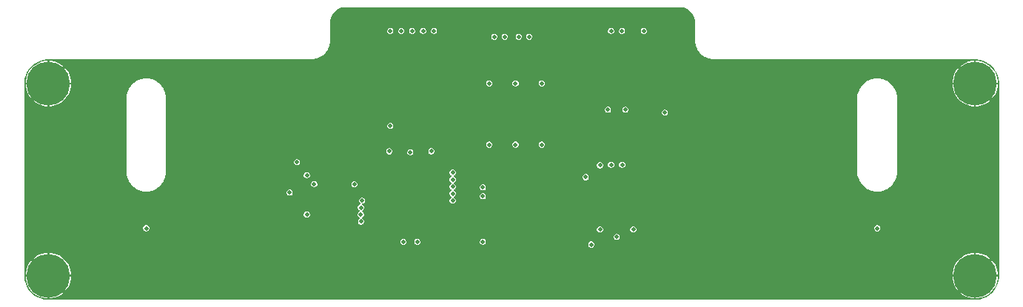
<source format=gbl>
G04*
G04 #@! TF.GenerationSoftware,Altium Limited,Altium Designer,23.3.1 (30)*
G04*
G04 Layer_Physical_Order=4*
G04 Layer_Color=16711680*
%FSLAX25Y25*%
%MOIN*%
G70*
G04*
G04 #@! TF.SameCoordinates,AEED621E-3CD5-435C-AC93-41C8B311E913*
G04*
G04*
G04 #@! TF.FilePolarity,Positive*
G04*
G01*
G75*
%ADD53C,0.19685*%
%ADD54C,0.02953*%
%ADD55C,0.01968*%
G36*
X75563Y77737D02*
X76240D01*
X77567Y77473D01*
X78817Y76955D01*
X79943Y76203D01*
X80900Y75246D01*
X81652Y74121D01*
X82170Y72870D01*
X82433Y71543D01*
X82433Y70866D01*
X82433Y62992D01*
X82438Y62968D01*
X82435Y62943D01*
X82473Y62171D01*
X82491Y62099D01*
Y62024D01*
X82792Y60511D01*
X82830Y60419D01*
X82849Y60322D01*
X83440Y58896D01*
X83495Y58814D01*
X83532Y58723D01*
X84390Y57439D01*
X84460Y57370D01*
X84515Y57287D01*
X85606Y56196D01*
X85688Y56141D01*
X85758Y56071D01*
X87042Y55213D01*
X87133Y55176D01*
X87215Y55121D01*
X88641Y54530D01*
X88738Y54511D01*
X88829Y54473D01*
X90343Y54172D01*
X90418D01*
X90490Y54154D01*
X91262Y54116D01*
X91286Y54119D01*
X91311Y54115D01*
X209370D01*
X210774Y53930D01*
X212143Y53563D01*
X213452Y53021D01*
X214679Y52312D01*
X215803Y51450D01*
X216804Y50448D01*
X217667Y49324D01*
X218375Y48097D01*
X218917Y46788D01*
X219284Y45420D01*
X219469Y44015D01*
X219469Y43307D01*
X219469Y-43307D01*
Y-44015D01*
X219284Y-45420D01*
X218917Y-46788D01*
X218375Y-48097D01*
X217667Y-49324D01*
X216804Y-50448D01*
X215803Y-51450D01*
X214679Y-52312D01*
X213452Y-53021D01*
X212143Y-53563D01*
X210774Y-53930D01*
X209370Y-54115D01*
X208661Y-54115D01*
X-208661Y-54115D01*
X-209370D01*
X-210774Y-53930D01*
X-212143Y-53563D01*
X-213452Y-53021D01*
X-214679Y-52312D01*
X-215803Y-51450D01*
X-216804Y-50448D01*
X-217667Y-49324D01*
X-218375Y-48097D01*
X-218917Y-46788D01*
X-219284Y-45420D01*
X-219469Y-44015D01*
X-219469Y-43307D01*
X-219469Y43307D01*
Y44015D01*
X-219284Y45420D01*
X-218917Y46788D01*
X-218375Y48097D01*
X-217667Y49324D01*
X-216804Y50448D01*
X-215803Y51450D01*
X-214679Y52312D01*
X-213452Y53021D01*
X-212143Y53563D01*
X-210774Y53930D01*
X-209370Y54115D01*
X-208661Y54115D01*
X-90551D01*
X-90527Y54119D01*
X-90502Y54116D01*
X-89730Y54154D01*
X-89658Y54172D01*
X-89584D01*
X-88070Y54473D01*
X-87978Y54511D01*
X-87881Y54530D01*
X-86455Y55121D01*
X-86373Y55176D01*
X-86282Y55213D01*
X-84999Y56071D01*
X-84929Y56141D01*
X-84846Y56196D01*
X-83755Y57287D01*
X-83700Y57370D01*
X-83630Y57439D01*
X-82773Y58723D01*
X-82735Y58814D01*
X-82680Y58896D01*
X-82089Y60322D01*
X-82070Y60419D01*
X-82032Y60511D01*
X-81731Y62025D01*
Y62099D01*
X-81713Y62171D01*
X-81675Y62943D01*
X-81679Y62968D01*
X-81674Y62992D01*
X-81674Y71543D01*
X-81410Y72870D01*
X-80892Y74121D01*
X-80140Y75246D01*
X-79183Y76203D01*
X-78058Y76955D01*
X-76807Y77473D01*
X-75480Y77737D01*
X-74803Y77737D01*
X75563Y77737D01*
D02*
G37*
%LPC*%
G36*
X59764Y68307D02*
X59216D01*
X58709Y68097D01*
X58322Y67710D01*
X58112Y67203D01*
Y66655D01*
X58322Y66149D01*
X58709Y65761D01*
X59216Y65551D01*
X59764D01*
X60270Y65761D01*
X60658Y66149D01*
X60868Y66655D01*
Y67203D01*
X60658Y67710D01*
X60270Y68097D01*
X59764Y68307D01*
D02*
G37*
G36*
X49921D02*
X49373D01*
X48867Y68097D01*
X48479Y67710D01*
X48269Y67203D01*
Y66655D01*
X48479Y66149D01*
X48867Y65761D01*
X49373Y65551D01*
X49921D01*
X50428Y65761D01*
X50815Y66149D01*
X51025Y66655D01*
Y67203D01*
X50815Y67710D01*
X50428Y68097D01*
X49921Y68307D01*
D02*
G37*
G36*
X45000D02*
X44452D01*
X43945Y68097D01*
X43558Y67710D01*
X43348Y67203D01*
Y66655D01*
X43558Y66149D01*
X43945Y65761D01*
X44452Y65551D01*
X45000D01*
X45507Y65761D01*
X45894Y66149D01*
X46104Y66655D01*
Y67203D01*
X45894Y67710D01*
X45507Y68097D01*
X45000Y68307D01*
D02*
G37*
G36*
X-34724D02*
X-35272D01*
X-35779Y68097D01*
X-36167Y67710D01*
X-36376Y67203D01*
Y66655D01*
X-36167Y66149D01*
X-35779Y65761D01*
X-35272Y65551D01*
X-34724D01*
X-34218Y65761D01*
X-33830Y66149D01*
X-33621Y66655D01*
Y67203D01*
X-33830Y67710D01*
X-34218Y68097D01*
X-34724Y68307D01*
D02*
G37*
G36*
X-39646D02*
X-40194D01*
X-40700Y68097D01*
X-41088Y67710D01*
X-41298Y67203D01*
Y66655D01*
X-41088Y66149D01*
X-40700Y65761D01*
X-40194Y65551D01*
X-39646D01*
X-39139Y65761D01*
X-38752Y66149D01*
X-38542Y66655D01*
Y67203D01*
X-38752Y67710D01*
X-39139Y68097D01*
X-39646Y68307D01*
D02*
G37*
G36*
X-44567D02*
X-45115D01*
X-45621Y68097D01*
X-46009Y67710D01*
X-46219Y67203D01*
Y66655D01*
X-46009Y66149D01*
X-45621Y65761D01*
X-45115Y65551D01*
X-44567D01*
X-44060Y65761D01*
X-43673Y66149D01*
X-43463Y66655D01*
Y67203D01*
X-43673Y67710D01*
X-44060Y68097D01*
X-44567Y68307D01*
D02*
G37*
G36*
X-49488D02*
X-50036D01*
X-50543Y68097D01*
X-50930Y67710D01*
X-51140Y67203D01*
Y66655D01*
X-50930Y66149D01*
X-50543Y65761D01*
X-50036Y65551D01*
X-49488D01*
X-48982Y65761D01*
X-48594Y66149D01*
X-48384Y66655D01*
Y67203D01*
X-48594Y67710D01*
X-48982Y68097D01*
X-49488Y68307D01*
D02*
G37*
G36*
X-54409D02*
X-54958D01*
X-55464Y68097D01*
X-55852Y67710D01*
X-56061Y67203D01*
Y66655D01*
X-55852Y66149D01*
X-55464Y65761D01*
X-54958Y65551D01*
X-54409D01*
X-53903Y65761D01*
X-53515Y66149D01*
X-53306Y66655D01*
Y67203D01*
X-53515Y67710D01*
X-53903Y68097D01*
X-54409Y68307D01*
D02*
G37*
G36*
X8148Y65748D02*
X7600D01*
X7094Y65538D01*
X6706Y65151D01*
X6496Y64644D01*
Y64096D01*
X6706Y63590D01*
X7094Y63202D01*
X7600Y62992D01*
X8148D01*
X8655Y63202D01*
X9042Y63590D01*
X9252Y64096D01*
Y64644D01*
X9042Y65151D01*
X8655Y65538D01*
X8148Y65748D01*
D02*
G37*
G36*
X3424D02*
X2875D01*
X2369Y65538D01*
X1981Y65151D01*
X1772Y64644D01*
Y64096D01*
X1981Y63590D01*
X2369Y63202D01*
X2875Y62992D01*
X3424D01*
X3930Y63202D01*
X4318Y63590D01*
X4528Y64096D01*
Y64644D01*
X4318Y65151D01*
X3930Y65538D01*
X3424Y65748D01*
D02*
G37*
G36*
X-2875D02*
X-3424D01*
X-3930Y65538D01*
X-4318Y65151D01*
X-4528Y64644D01*
Y64096D01*
X-4318Y63590D01*
X-3930Y63202D01*
X-3424Y62992D01*
X-2875D01*
X-2369Y63202D01*
X-1981Y63590D01*
X-1772Y64096D01*
Y64644D01*
X-1981Y65151D01*
X-2369Y65538D01*
X-2875Y65748D01*
D02*
G37*
G36*
X-7600D02*
X-8148D01*
X-8655Y65538D01*
X-9042Y65151D01*
X-9252Y64644D01*
Y64096D01*
X-9042Y63590D01*
X-8655Y63202D01*
X-8148Y62992D01*
X-7600D01*
X-7094Y63202D01*
X-6706Y63590D01*
X-6496Y64096D01*
Y64644D01*
X-6706Y65151D01*
X-7094Y65538D01*
X-7600Y65748D01*
D02*
G37*
G36*
X209670Y53543D02*
X209055D01*
Y43701D01*
X218898D01*
Y44315D01*
X218504Y46293D01*
X217733Y48156D01*
X216612Y49832D01*
X215187Y51258D01*
X213510Y52378D01*
X211647Y53150D01*
X209670Y53543D01*
D02*
G37*
G36*
X208268D02*
X207653D01*
X205676Y53150D01*
X203813Y52378D01*
X202136Y51258D01*
X200710Y49832D01*
X199590Y48156D01*
X198819Y46293D01*
X198425Y44315D01*
Y43701D01*
X208268D01*
Y53543D01*
D02*
G37*
G36*
X-207653D02*
X-208268D01*
Y43701D01*
X-198425D01*
Y44315D01*
X-198819Y46293D01*
X-199590Y48156D01*
X-200710Y49832D01*
X-202136Y51258D01*
X-203813Y52378D01*
X-205676Y53150D01*
X-207653Y53543D01*
D02*
G37*
G36*
X-209055D02*
X-209670D01*
X-211647Y53150D01*
X-213510Y52378D01*
X-215187Y51258D01*
X-216612Y49832D01*
X-217733Y48156D01*
X-218504Y46293D01*
X-218898Y44315D01*
Y43701D01*
X-209055D01*
Y53543D01*
D02*
G37*
G36*
X13778Y44685D02*
X13230D01*
X12723Y44475D01*
X12336Y44088D01*
X12126Y43581D01*
Y43033D01*
X12336Y42527D01*
X12723Y42139D01*
X13230Y41929D01*
X13778D01*
X14285Y42139D01*
X14672Y42527D01*
X14882Y43033D01*
Y43581D01*
X14672Y44088D01*
X14285Y44475D01*
X13778Y44685D01*
D02*
G37*
G36*
X1967D02*
X1419D01*
X912Y44475D01*
X525Y44088D01*
X315Y43581D01*
Y43033D01*
X525Y42527D01*
X912Y42139D01*
X1419Y41929D01*
X1967D01*
X2473Y42139D01*
X2861Y42527D01*
X3071Y43033D01*
Y43581D01*
X2861Y44088D01*
X2473Y44475D01*
X1967Y44685D01*
D02*
G37*
G36*
X-9844D02*
X-10392D01*
X-10899Y44475D01*
X-11286Y44088D01*
X-11496Y43581D01*
Y43033D01*
X-11286Y42527D01*
X-10899Y42139D01*
X-10392Y41929D01*
X-9844D01*
X-9338Y42139D01*
X-8950Y42527D01*
X-8740Y43033D01*
Y43581D01*
X-8950Y44088D01*
X-9338Y44475D01*
X-9844Y44685D01*
D02*
G37*
G36*
X218898Y42913D02*
X209055D01*
Y33071D01*
X209670D01*
X211647Y33464D01*
X213510Y34236D01*
X215187Y35356D01*
X216612Y36782D01*
X217733Y38458D01*
X218504Y40321D01*
X218898Y42299D01*
Y42913D01*
D02*
G37*
G36*
X208268D02*
X198425D01*
Y42299D01*
X198819Y40321D01*
X199590Y38458D01*
X200710Y36782D01*
X202136Y35356D01*
X203813Y34236D01*
X205676Y33464D01*
X207653Y33071D01*
X208268D01*
Y42913D01*
D02*
G37*
G36*
X-198425D02*
X-208268D01*
Y33071D01*
X-207653D01*
X-205676Y33464D01*
X-203813Y34236D01*
X-202136Y35356D01*
X-200710Y36782D01*
X-199590Y38458D01*
X-198819Y40321D01*
X-198425Y42299D01*
Y42913D01*
D02*
G37*
G36*
X-209055D02*
X-218898D01*
Y42299D01*
X-218504Y40321D01*
X-217733Y38458D01*
X-216612Y36782D01*
X-215187Y35356D01*
X-213510Y34236D01*
X-211647Y33464D01*
X-209670Y33071D01*
X-209055D01*
Y42913D01*
D02*
G37*
G36*
X51455Y32874D02*
X50907D01*
X50401Y32664D01*
X50013Y32277D01*
X49803Y31770D01*
Y31222D01*
X50013Y30716D01*
X50401Y30328D01*
X50907Y30118D01*
X51455D01*
X51962Y30328D01*
X52349Y30716D01*
X52559Y31222D01*
Y31770D01*
X52349Y32277D01*
X51962Y32664D01*
X51455Y32874D01*
D02*
G37*
G36*
X43581D02*
X43033D01*
X42527Y32664D01*
X42139Y32277D01*
X41929Y31770D01*
Y31222D01*
X42139Y30716D01*
X42527Y30328D01*
X43033Y30118D01*
X43581D01*
X44088Y30328D01*
X44475Y30716D01*
X44685Y31222D01*
Y31770D01*
X44475Y32277D01*
X44088Y32664D01*
X43581Y32874D01*
D02*
G37*
G36*
X69172Y31614D02*
X68624D01*
X68117Y31404D01*
X67730Y31017D01*
X67520Y30510D01*
Y29962D01*
X67730Y29456D01*
X68117Y29068D01*
X68624Y28858D01*
X69172D01*
X69678Y29068D01*
X70066Y29456D01*
X70276Y29962D01*
Y30510D01*
X70066Y31017D01*
X69678Y31404D01*
X69172Y31614D01*
D02*
G37*
G36*
X-54409Y25591D02*
X-54958D01*
X-55464Y25381D01*
X-55852Y24993D01*
X-56061Y24487D01*
Y23938D01*
X-55852Y23432D01*
X-55464Y23044D01*
X-54958Y22835D01*
X-54409D01*
X-53903Y23044D01*
X-53515Y23432D01*
X-53306Y23938D01*
Y24487D01*
X-53515Y24993D01*
X-53903Y25381D01*
X-54409Y25591D01*
D02*
G37*
G36*
X13778Y17126D02*
X13230D01*
X12723Y16916D01*
X12336Y16529D01*
X12126Y16022D01*
Y15474D01*
X12336Y14967D01*
X12723Y14580D01*
X13230Y14370D01*
X13778D01*
X14285Y14580D01*
X14672Y14967D01*
X14882Y15474D01*
Y16022D01*
X14672Y16529D01*
X14285Y16916D01*
X13778Y17126D01*
D02*
G37*
G36*
X1967D02*
X1419D01*
X912Y16916D01*
X525Y16529D01*
X315Y16022D01*
Y15474D01*
X525Y14967D01*
X912Y14580D01*
X1419Y14370D01*
X1967D01*
X2473Y14580D01*
X2861Y14967D01*
X3071Y15474D01*
Y16022D01*
X2861Y16529D01*
X2473Y16916D01*
X1967Y17126D01*
D02*
G37*
G36*
X-9844D02*
X-10392D01*
X-10899Y16916D01*
X-11286Y16529D01*
X-11496Y16022D01*
Y15474D01*
X-11286Y14967D01*
X-10899Y14580D01*
X-10392Y14370D01*
X-9844D01*
X-9338Y14580D01*
X-8950Y14967D01*
X-8740Y15474D01*
Y16022D01*
X-8950Y16529D01*
X-9338Y16916D01*
X-9844Y17126D01*
D02*
G37*
G36*
X-35946Y14173D02*
X-36495D01*
X-37001Y13963D01*
X-37389Y13576D01*
X-37598Y13069D01*
Y12521D01*
X-37389Y12015D01*
X-37001Y11627D01*
X-36495Y11417D01*
X-35946D01*
X-35440Y11627D01*
X-35052Y12015D01*
X-34843Y12521D01*
Y13069D01*
X-35052Y13576D01*
X-35440Y13963D01*
X-35946Y14173D01*
D02*
G37*
G36*
X-54844D02*
X-55392D01*
X-55899Y13963D01*
X-56286Y13576D01*
X-56496Y13069D01*
Y12521D01*
X-56286Y12015D01*
X-55899Y11627D01*
X-55392Y11417D01*
X-54844D01*
X-54338Y11627D01*
X-53950Y12015D01*
X-53740Y12521D01*
Y13069D01*
X-53950Y13576D01*
X-54338Y13963D01*
X-54844Y14173D01*
D02*
G37*
G36*
X-45395Y13681D02*
X-45943D01*
X-46450Y13471D01*
X-46837Y13084D01*
X-47047Y12577D01*
Y12029D01*
X-46837Y11523D01*
X-46450Y11135D01*
X-45943Y10925D01*
X-45395D01*
X-44889Y11135D01*
X-44501Y11523D01*
X-44291Y12029D01*
Y12577D01*
X-44501Y13084D01*
X-44889Y13471D01*
X-45395Y13681D01*
D02*
G37*
G36*
X-96458Y9252D02*
X-97006D01*
X-97513Y9042D01*
X-97900Y8655D01*
X-98110Y8148D01*
Y7600D01*
X-97900Y7094D01*
X-97513Y6706D01*
X-97006Y6496D01*
X-96458D01*
X-95952Y6706D01*
X-95564Y7094D01*
X-95354Y7600D01*
Y8148D01*
X-95564Y8655D01*
X-95952Y9042D01*
X-96458Y9252D01*
D02*
G37*
G36*
X50018Y8071D02*
X49470D01*
X48963Y7861D01*
X48576Y7474D01*
X48366Y6967D01*
Y6419D01*
X48576Y5912D01*
X48963Y5525D01*
X49470Y5315D01*
X50018D01*
X50525Y5525D01*
X50912Y5912D01*
X51122Y6419D01*
Y6967D01*
X50912Y7474D01*
X50525Y7861D01*
X50018Y8071D01*
D02*
G37*
G36*
X45018D02*
X44470D01*
X43964Y7861D01*
X43576Y7474D01*
X43366Y6967D01*
Y6419D01*
X43576Y5912D01*
X43964Y5525D01*
X44470Y5315D01*
X45018D01*
X45525Y5525D01*
X45912Y5912D01*
X46122Y6419D01*
Y6967D01*
X45912Y7474D01*
X45525Y7861D01*
X45018Y8071D01*
D02*
G37*
G36*
X40018Y7815D02*
X39470D01*
X38963Y7605D01*
X38576Y7218D01*
X38366Y6711D01*
Y6163D01*
X38576Y5657D01*
X38963Y5269D01*
X39470Y5059D01*
X40018D01*
X40525Y5269D01*
X40912Y5657D01*
X41122Y6163D01*
Y6711D01*
X40912Y7218D01*
X40525Y7605D01*
X40018Y7815D01*
D02*
G37*
G36*
X-91970Y3347D02*
X-92518D01*
X-93025Y3137D01*
X-93412Y2749D01*
X-93622Y2243D01*
Y1694D01*
X-93412Y1188D01*
X-93025Y800D01*
X-92518Y591D01*
X-91970D01*
X-91464Y800D01*
X-91076Y1188D01*
X-90866Y1694D01*
Y2243D01*
X-91076Y2749D01*
X-91464Y3137D01*
X-91970Y3347D01*
D02*
G37*
G36*
X33601Y2500D02*
X33053D01*
X32546Y2290D01*
X32159Y1903D01*
X31949Y1396D01*
Y848D01*
X32159Y341D01*
X32546Y-46D01*
X33053Y-256D01*
X33601D01*
X34107Y-46D01*
X34495Y341D01*
X34705Y848D01*
Y1396D01*
X34495Y1903D01*
X34107Y2290D01*
X33601Y2500D01*
D02*
G37*
G36*
X-88692Y-689D02*
X-89241D01*
X-89747Y-899D01*
X-90135Y-1286D01*
X-90345Y-1793D01*
Y-2341D01*
X-90135Y-2847D01*
X-89747Y-3235D01*
X-89241Y-3445D01*
X-88692D01*
X-88186Y-3235D01*
X-87798Y-2847D01*
X-87589Y-2341D01*
Y-1793D01*
X-87798Y-1286D01*
X-88186Y-899D01*
X-88692Y-689D01*
D02*
G37*
G36*
X-70592Y-748D02*
X-71140D01*
X-71647Y-958D01*
X-72034Y-1345D01*
X-72244Y-1852D01*
Y-2400D01*
X-72034Y-2906D01*
X-71647Y-3294D01*
X-71140Y-3504D01*
X-70592D01*
X-70086Y-3294D01*
X-69698Y-2906D01*
X-69488Y-2400D01*
Y-1852D01*
X-69698Y-1345D01*
X-70086Y-958D01*
X-70592Y-748D01*
D02*
G37*
G36*
X-12718Y-2122D02*
X-13266D01*
X-13773Y-2332D01*
X-14160Y-2719D01*
X-14370Y-3226D01*
Y-3774D01*
X-14160Y-4281D01*
X-13773Y-4668D01*
X-13266Y-4878D01*
X-12718D01*
X-12212Y-4668D01*
X-11824Y-4281D01*
X-11614Y-3774D01*
Y-3226D01*
X-11824Y-2719D01*
X-12212Y-2332D01*
X-12718Y-2122D01*
D02*
G37*
G36*
X165342Y45492D02*
X163791D01*
X163695Y45472D01*
X163596D01*
X162074Y45170D01*
X161983Y45132D01*
X161886Y45113D01*
X160453Y44519D01*
X160371Y44464D01*
X160280Y44426D01*
X158990Y43565D01*
X158920Y43495D01*
X158838Y43440D01*
X157741Y42343D01*
X157686Y42261D01*
X157616Y42191D01*
X156755Y40901D01*
X156717Y40810D01*
X156662Y40728D01*
X156068Y39295D01*
X156049Y39198D01*
X156011Y39107D01*
X155709Y37585D01*
Y37487D01*
X155689Y37390D01*
Y36614D01*
Y3543D01*
Y2768D01*
X155709Y2671D01*
Y2572D01*
X156011Y1051D01*
X156049Y959D01*
X156068Y862D01*
X156662Y-570D01*
X156717Y-653D01*
X156755Y-744D01*
X157616Y-2034D01*
X157686Y-2104D01*
X157741Y-2186D01*
X158838Y-3283D01*
X158920Y-3337D01*
X158990Y-3407D01*
X160280Y-4269D01*
X160371Y-4307D01*
X160453Y-4362D01*
X161886Y-4955D01*
X161983Y-4975D01*
X162074Y-5012D01*
X163596Y-5315D01*
X163695D01*
X163791Y-5334D01*
X165342D01*
X165439Y-5315D01*
X165538D01*
X167060Y-5012D01*
X167151Y-4975D01*
X167248Y-4955D01*
X168681Y-4362D01*
X168763Y-4307D01*
X168854Y-4269D01*
X170144Y-3407D01*
X170214Y-3337D01*
X170296Y-3283D01*
X171393Y-2186D01*
X171448Y-2104D01*
X171518Y-2034D01*
X172379Y-744D01*
X172417Y-653D01*
X172472Y-570D01*
X173065Y862D01*
X173085Y959D01*
X173123Y1051D01*
X173425Y2572D01*
Y2671D01*
X173444Y2768D01*
Y3543D01*
Y36614D01*
Y37390D01*
X173425Y37487D01*
Y37585D01*
X173123Y39107D01*
X173085Y39198D01*
X173065Y39295D01*
X172472Y40728D01*
X172417Y40810D01*
X172379Y40901D01*
X171518Y42191D01*
X171448Y42261D01*
X171393Y42343D01*
X170296Y43440D01*
X170214Y43495D01*
X170144Y43565D01*
X168854Y44426D01*
X168763Y44464D01*
X168681Y44519D01*
X167248Y45113D01*
X167151Y45132D01*
X167060Y45170D01*
X165538Y45472D01*
X165439D01*
X165342Y45492D01*
D02*
G37*
G36*
X-163791D02*
X-165342D01*
X-165439Y45472D01*
X-165538D01*
X-167060Y45170D01*
X-167151Y45132D01*
X-167248Y45113D01*
X-168681Y44519D01*
X-168763Y44464D01*
X-168854Y44426D01*
X-170144Y43565D01*
X-170214Y43495D01*
X-170296Y43440D01*
X-171393Y42343D01*
X-171448Y42261D01*
X-171518Y42191D01*
X-172379Y40901D01*
X-172417Y40810D01*
X-172472Y40728D01*
X-173065Y39295D01*
X-173085Y39198D01*
X-173123Y39107D01*
X-173425Y37585D01*
Y37487D01*
X-173444Y37390D01*
Y36614D01*
Y3543D01*
Y2768D01*
X-173425Y2671D01*
Y2572D01*
X-173123Y1051D01*
X-173085Y959D01*
X-173065Y862D01*
X-172472Y-570D01*
X-172417Y-653D01*
X-172379Y-744D01*
X-171518Y-2034D01*
X-171448Y-2104D01*
X-171393Y-2186D01*
X-170296Y-3283D01*
X-170214Y-3337D01*
X-170144Y-3407D01*
X-168854Y-4269D01*
X-168763Y-4307D01*
X-168681Y-4362D01*
X-167248Y-4955D01*
X-167151Y-4975D01*
X-167060Y-5012D01*
X-165538Y-5315D01*
X-165439D01*
X-165342Y-5334D01*
X-163791D01*
X-163695Y-5315D01*
X-163596D01*
X-162074Y-5012D01*
X-161983Y-4975D01*
X-161886Y-4955D01*
X-160453Y-4362D01*
X-160371Y-4307D01*
X-160280Y-4269D01*
X-158990Y-3407D01*
X-158920Y-3337D01*
X-158838Y-3283D01*
X-157741Y-2186D01*
X-157686Y-2104D01*
X-157616Y-2034D01*
X-156755Y-744D01*
X-156717Y-653D01*
X-156662Y-570D01*
X-156068Y862D01*
X-156049Y959D01*
X-156011Y1051D01*
X-155709Y2572D01*
Y2671D01*
X-155689Y2768D01*
Y3543D01*
Y36614D01*
Y37390D01*
X-155709Y37487D01*
Y37585D01*
X-156011Y39107D01*
X-156049Y39198D01*
X-156068Y39295D01*
X-156662Y40728D01*
X-156717Y40810D01*
X-156755Y40901D01*
X-157616Y42191D01*
X-157686Y42261D01*
X-157741Y42343D01*
X-158838Y43440D01*
X-158920Y43495D01*
X-158990Y43565D01*
X-160280Y44426D01*
X-160371Y44464D01*
X-160453Y44519D01*
X-161886Y45113D01*
X-161983Y45132D01*
X-162074Y45170D01*
X-163596Y45472D01*
X-163695D01*
X-163791Y45492D01*
D02*
G37*
G36*
X-99736Y-4429D02*
X-100284D01*
X-100790Y-4639D01*
X-101178Y-5026D01*
X-101388Y-5533D01*
Y-6081D01*
X-101178Y-6588D01*
X-100790Y-6975D01*
X-100284Y-7185D01*
X-99736D01*
X-99229Y-6975D01*
X-98842Y-6588D01*
X-98632Y-6081D01*
Y-5533D01*
X-98842Y-5026D01*
X-99229Y-4639D01*
X-99736Y-4429D01*
D02*
G37*
G36*
X-12718Y-6122D02*
X-13266D01*
X-13773Y-6332D01*
X-14160Y-6719D01*
X-14370Y-7226D01*
Y-7774D01*
X-14160Y-8281D01*
X-13773Y-8668D01*
X-13266Y-8878D01*
X-12718D01*
X-12212Y-8668D01*
X-11824Y-8281D01*
X-11614Y-7774D01*
Y-7226D01*
X-11824Y-6719D01*
X-12212Y-6332D01*
X-12718Y-6122D01*
D02*
G37*
G36*
X-26301Y4528D02*
X-26849D01*
X-27355Y4318D01*
X-27743Y3930D01*
X-27953Y3424D01*
Y2875D01*
X-27743Y2369D01*
X-27355Y1981D01*
X-27014Y1840D01*
Y1310D01*
X-27355Y1168D01*
X-27743Y781D01*
X-27953Y274D01*
Y-274D01*
X-27743Y-781D01*
X-27355Y-1168D01*
X-27014Y-1310D01*
Y-1840D01*
X-27355Y-1981D01*
X-27743Y-2369D01*
X-27953Y-2875D01*
Y-3424D01*
X-27743Y-3930D01*
X-27355Y-4318D01*
X-27014Y-4459D01*
Y-4989D01*
X-27355Y-5131D01*
X-27743Y-5519D01*
X-27953Y-6025D01*
Y-6573D01*
X-27743Y-7080D01*
X-27355Y-7467D01*
X-27014Y-7609D01*
Y-8139D01*
X-27355Y-8281D01*
X-27743Y-8668D01*
X-27953Y-9175D01*
Y-9723D01*
X-27743Y-10229D01*
X-27355Y-10617D01*
X-26849Y-10827D01*
X-26301D01*
X-25794Y-10617D01*
X-25407Y-10229D01*
X-25197Y-9723D01*
Y-9175D01*
X-25407Y-8668D01*
X-25794Y-8281D01*
X-26136Y-8139D01*
Y-7609D01*
X-25794Y-7467D01*
X-25407Y-7080D01*
X-25197Y-6573D01*
Y-6025D01*
X-25407Y-5519D01*
X-25794Y-5131D01*
X-26136Y-4989D01*
Y-4459D01*
X-25794Y-4318D01*
X-25407Y-3930D01*
X-25197Y-3424D01*
Y-2875D01*
X-25407Y-2369D01*
X-25794Y-1981D01*
X-26136Y-1840D01*
Y-1310D01*
X-25794Y-1168D01*
X-25407Y-781D01*
X-25197Y-274D01*
Y274D01*
X-25407Y781D01*
X-25794Y1168D01*
X-26136Y1310D01*
Y1840D01*
X-25794Y1981D01*
X-25407Y2369D01*
X-25197Y2875D01*
Y3424D01*
X-25407Y3930D01*
X-25794Y4318D01*
X-26301Y4528D01*
D02*
G37*
G36*
X-91970Y-14370D02*
X-92518D01*
X-93025Y-14580D01*
X-93412Y-14967D01*
X-93622Y-15474D01*
Y-16022D01*
X-93412Y-16529D01*
X-93025Y-16916D01*
X-92518Y-17126D01*
X-91970D01*
X-91464Y-16916D01*
X-91076Y-16529D01*
X-90866Y-16022D01*
Y-15474D01*
X-91076Y-14967D01*
X-91464Y-14580D01*
X-91970Y-14370D01*
D02*
G37*
G36*
X-67147Y-8071D02*
X-67695D01*
X-68202Y-8281D01*
X-68589Y-8668D01*
X-68799Y-9175D01*
Y-9723D01*
X-68589Y-10229D01*
X-68202Y-10617D01*
X-67952Y-10721D01*
X-68051Y-11220D01*
X-68187D01*
X-68694Y-11430D01*
X-69082Y-11818D01*
X-69291Y-12324D01*
Y-12873D01*
X-69082Y-13379D01*
X-68694Y-13767D01*
X-68352Y-13908D01*
X-68393Y-14432D01*
X-68749Y-14580D01*
X-69137Y-14967D01*
X-69346Y-15474D01*
Y-16022D01*
X-69137Y-16529D01*
X-68749Y-16916D01*
X-68416Y-17054D01*
X-68399Y-17588D01*
X-68676Y-17703D01*
X-69063Y-18090D01*
X-69273Y-18597D01*
Y-19145D01*
X-69063Y-19651D01*
X-68676Y-20039D01*
X-68169Y-20249D01*
X-67621D01*
X-67115Y-20039D01*
X-66727Y-19651D01*
X-66517Y-19145D01*
Y-18597D01*
X-66727Y-18090D01*
X-67115Y-17703D01*
X-67447Y-17565D01*
X-67465Y-17031D01*
X-67188Y-16916D01*
X-66800Y-16529D01*
X-66590Y-16022D01*
Y-15474D01*
X-66800Y-14967D01*
X-67188Y-14580D01*
X-67530Y-14438D01*
X-67489Y-13914D01*
X-67133Y-13767D01*
X-66745Y-13379D01*
X-66535Y-12873D01*
Y-12324D01*
X-66745Y-11818D01*
X-67133Y-11430D01*
X-67383Y-11327D01*
X-67283Y-10827D01*
X-67147D01*
X-66641Y-10617D01*
X-66253Y-10229D01*
X-66043Y-9723D01*
Y-9175D01*
X-66253Y-8668D01*
X-66641Y-8281D01*
X-67147Y-8071D01*
D02*
G37*
G36*
X164841Y-20551D02*
X164293D01*
X163786Y-20761D01*
X163399Y-21149D01*
X163189Y-21655D01*
Y-22203D01*
X163399Y-22710D01*
X163786Y-23097D01*
X164293Y-23307D01*
X164841D01*
X165348Y-23097D01*
X165735Y-22710D01*
X165945Y-22203D01*
Y-21655D01*
X165735Y-21149D01*
X165348Y-20761D01*
X164841Y-20551D01*
D02*
G37*
G36*
X-164293D02*
X-164841D01*
X-165348Y-20761D01*
X-165735Y-21149D01*
X-165945Y-21655D01*
Y-22203D01*
X-165735Y-22710D01*
X-165348Y-23097D01*
X-164841Y-23307D01*
X-164293D01*
X-163786Y-23097D01*
X-163399Y-22710D01*
X-163189Y-22203D01*
Y-21655D01*
X-163399Y-21149D01*
X-163786Y-20761D01*
X-164293Y-20551D01*
D02*
G37*
G36*
X55018Y-21063D02*
X54470D01*
X53964Y-21273D01*
X53576Y-21660D01*
X53366Y-22167D01*
Y-22715D01*
X53576Y-23222D01*
X53964Y-23609D01*
X54470Y-23819D01*
X55018D01*
X55525Y-23609D01*
X55912Y-23222D01*
X56122Y-22715D01*
Y-22167D01*
X55912Y-21660D01*
X55525Y-21273D01*
X55018Y-21063D01*
D02*
G37*
G36*
X40018D02*
X39470D01*
X38963Y-21273D01*
X38576Y-21660D01*
X38366Y-22167D01*
Y-22715D01*
X38576Y-23222D01*
X38963Y-23609D01*
X39470Y-23819D01*
X40018D01*
X40525Y-23609D01*
X40912Y-23222D01*
X41122Y-22715D01*
Y-22167D01*
X40912Y-21660D01*
X40525Y-21273D01*
X40018Y-21063D01*
D02*
G37*
G36*
X47518Y-24488D02*
X46970D01*
X46464Y-24698D01*
X46076Y-25086D01*
X45866Y-25592D01*
Y-26140D01*
X46076Y-26647D01*
X46464Y-27034D01*
X46970Y-27244D01*
X47518D01*
X48025Y-27034D01*
X48412Y-26647D01*
X48622Y-26140D01*
Y-25592D01*
X48412Y-25086D01*
X48025Y-24698D01*
X47518Y-24488D01*
D02*
G37*
G36*
X-12718Y-26673D02*
X-13266D01*
X-13773Y-26883D01*
X-14160Y-27271D01*
X-14370Y-27777D01*
Y-28325D01*
X-14160Y-28832D01*
X-13773Y-29219D01*
X-13266Y-29429D01*
X-12718D01*
X-12212Y-29219D01*
X-11824Y-28832D01*
X-11614Y-28325D01*
Y-27777D01*
X-11824Y-27271D01*
X-12212Y-26883D01*
X-12718Y-26673D01*
D02*
G37*
G36*
X-42246D02*
X-42794D01*
X-43300Y-26883D01*
X-43688Y-27271D01*
X-43898Y-27777D01*
Y-28325D01*
X-43688Y-28832D01*
X-43300Y-29219D01*
X-42794Y-29429D01*
X-42246D01*
X-41739Y-29219D01*
X-41352Y-28832D01*
X-41142Y-28325D01*
Y-27777D01*
X-41352Y-27271D01*
X-41739Y-26883D01*
X-42246Y-26673D01*
D02*
G37*
G36*
X-48545D02*
X-49093D01*
X-49599Y-26883D01*
X-49987Y-27271D01*
X-50197Y-27777D01*
Y-28325D01*
X-49987Y-28832D01*
X-49599Y-29219D01*
X-49093Y-29429D01*
X-48545D01*
X-48038Y-29219D01*
X-47651Y-28832D01*
X-47441Y-28325D01*
Y-27777D01*
X-47651Y-27271D01*
X-48038Y-26883D01*
X-48545Y-26673D01*
D02*
G37*
G36*
X36081Y-27874D02*
X35533D01*
X35026Y-28084D01*
X34639Y-28471D01*
X34429Y-28978D01*
Y-29526D01*
X34639Y-30033D01*
X35026Y-30420D01*
X35533Y-30630D01*
X36081D01*
X36588Y-30420D01*
X36975Y-30033D01*
X37185Y-29526D01*
Y-28978D01*
X36975Y-28471D01*
X36588Y-28084D01*
X36081Y-27874D01*
D02*
G37*
G36*
X209670Y-33071D02*
X209055D01*
Y-42913D01*
X218898D01*
Y-42299D01*
X218504Y-40321D01*
X217733Y-38458D01*
X216612Y-36782D01*
X215187Y-35356D01*
X213510Y-34236D01*
X211647Y-33464D01*
X209670Y-33071D01*
D02*
G37*
G36*
X208268D02*
X207653D01*
X205676Y-33464D01*
X203813Y-34236D01*
X202136Y-35356D01*
X200710Y-36782D01*
X199590Y-38458D01*
X198819Y-40321D01*
X198425Y-42299D01*
Y-42913D01*
X208268D01*
Y-33071D01*
D02*
G37*
G36*
X-207653D02*
X-208268D01*
Y-42913D01*
X-198425D01*
Y-42299D01*
X-198819Y-40321D01*
X-199590Y-38458D01*
X-200710Y-36782D01*
X-202136Y-35356D01*
X-203813Y-34236D01*
X-205676Y-33464D01*
X-207653Y-33071D01*
D02*
G37*
G36*
X-209055D02*
X-209670D01*
X-211647Y-33464D01*
X-213510Y-34236D01*
X-215187Y-35356D01*
X-216612Y-36782D01*
X-217733Y-38458D01*
X-218504Y-40321D01*
X-218898Y-42299D01*
Y-42913D01*
X-209055D01*
Y-33071D01*
D02*
G37*
G36*
X218898Y-43701D02*
X209055D01*
Y-53543D01*
X209670D01*
X211647Y-53150D01*
X213510Y-52378D01*
X215187Y-51258D01*
X216612Y-49832D01*
X217733Y-48156D01*
X218504Y-46293D01*
X218898Y-44315D01*
Y-43701D01*
D02*
G37*
G36*
X208268D02*
X198425D01*
Y-44315D01*
X198819Y-46293D01*
X199590Y-48156D01*
X200710Y-49832D01*
X202136Y-51258D01*
X203813Y-52378D01*
X205676Y-53150D01*
X207653Y-53543D01*
X208268D01*
Y-43701D01*
D02*
G37*
G36*
X-198425D02*
X-208268D01*
Y-53543D01*
X-207653D01*
X-205676Y-53150D01*
X-203813Y-52378D01*
X-202136Y-51258D01*
X-200710Y-49832D01*
X-199590Y-48156D01*
X-198819Y-46293D01*
X-198425Y-44315D01*
Y-43701D01*
D02*
G37*
G36*
X-209055D02*
X-218898D01*
Y-44315D01*
X-218504Y-46293D01*
X-217733Y-48156D01*
X-216612Y-49832D01*
X-215187Y-51258D01*
X-213510Y-52378D01*
X-211647Y-53150D01*
X-209670Y-53543D01*
X-209055D01*
Y-43701D01*
D02*
G37*
%LPD*%
D53*
X-208661Y43307D02*
D03*
Y-43307D02*
D03*
X208661D02*
D03*
Y43307D02*
D03*
D54*
X-90552Y51181D02*
D03*
X-98426D02*
D03*
X-94489D02*
D03*
X-106300D02*
D03*
X-102363D02*
D03*
X-114174D02*
D03*
X-110237D02*
D03*
X-122048D02*
D03*
X-118111D02*
D03*
X-129922D02*
D03*
X-125985D02*
D03*
X-137796D02*
D03*
X-133859D02*
D03*
X-145670D02*
D03*
X-141733D02*
D03*
X-149607D02*
D03*
X-157481D02*
D03*
X-153544D02*
D03*
X-169292D02*
D03*
X-173229D02*
D03*
X-177166D02*
D03*
X-181103D02*
D03*
X-185040D02*
D03*
X-188977D02*
D03*
X-200788D02*
D03*
X-192914D02*
D03*
X-196851D02*
D03*
X90551D02*
D03*
X94488D02*
D03*
X98425D02*
D03*
X102362D02*
D03*
X106299D02*
D03*
X110236D02*
D03*
X114173D02*
D03*
X118110D02*
D03*
X122047D02*
D03*
X125984D02*
D03*
X129921D02*
D03*
X133858D02*
D03*
X137795D02*
D03*
X141732D02*
D03*
X145669D02*
D03*
X157480D02*
D03*
X149606D02*
D03*
X153543D02*
D03*
X200787D02*
D03*
X169291D02*
D03*
X173228D02*
D03*
X177165D02*
D03*
X181102D02*
D03*
X185039D02*
D03*
X188976D02*
D03*
X192913D02*
D03*
X196850D02*
D03*
X216535Y-35433D02*
D03*
Y27559D02*
D03*
Y31496D02*
D03*
Y35433D02*
D03*
Y11811D02*
D03*
Y15748D02*
D03*
Y19685D02*
D03*
Y23622D02*
D03*
Y-3937D02*
D03*
Y0D02*
D03*
Y3937D02*
D03*
Y7874D02*
D03*
Y-19685D02*
D03*
Y-15748D02*
D03*
Y-11811D02*
D03*
Y-7874D02*
D03*
Y-31496D02*
D03*
Y-27559D02*
D03*
Y-23622D02*
D03*
X-216535Y-35433D02*
D03*
Y-23622D02*
D03*
Y-27559D02*
D03*
Y-31496D02*
D03*
Y-7874D02*
D03*
Y-11811D02*
D03*
Y-15748D02*
D03*
Y-19685D02*
D03*
Y7874D02*
D03*
Y3937D02*
D03*
Y-0D02*
D03*
Y-3937D02*
D03*
Y23622D02*
D03*
Y19685D02*
D03*
Y15748D02*
D03*
Y11811D02*
D03*
Y35433D02*
D03*
Y31496D02*
D03*
Y27559D02*
D03*
X-196850Y-51181D02*
D03*
X-192913D02*
D03*
X-188976D02*
D03*
X-200787D02*
D03*
X-122047D02*
D03*
X-118110D02*
D03*
X-114173D02*
D03*
X-137795D02*
D03*
X-133858D02*
D03*
X-129921D02*
D03*
X-125984D02*
D03*
X-153543D02*
D03*
X-149606D02*
D03*
X-145669D02*
D03*
X-141732D02*
D03*
X-169291D02*
D03*
X-165354D02*
D03*
X-161417D02*
D03*
X-157480D02*
D03*
X-185039D02*
D03*
X-181102D02*
D03*
X-177165D02*
D03*
X-173228D02*
D03*
X-47244D02*
D03*
X-43307D02*
D03*
X-39370D02*
D03*
X-62992D02*
D03*
X-59055D02*
D03*
X-55118D02*
D03*
X-51181D02*
D03*
X-78740D02*
D03*
X-74803D02*
D03*
X-70866D02*
D03*
X-66929D02*
D03*
X-94488D02*
D03*
X-90551D02*
D03*
X-86614D02*
D03*
X-82677D02*
D03*
X-110236D02*
D03*
X-106299D02*
D03*
X-102362D02*
D03*
X-98425D02*
D03*
X173228D02*
D03*
X169291D02*
D03*
X165354D02*
D03*
X188976D02*
D03*
X185039D02*
D03*
X181102D02*
D03*
X177165D02*
D03*
X200787D02*
D03*
X196850D02*
D03*
X192913D02*
D03*
X98425D02*
D03*
X94488D02*
D03*
X90551D02*
D03*
X114173D02*
D03*
X110236D02*
D03*
X106299D02*
D03*
X102362D02*
D03*
X129921D02*
D03*
X125984D02*
D03*
X122047D02*
D03*
X118110D02*
D03*
X145669D02*
D03*
X141732D02*
D03*
X137795D02*
D03*
X133858D02*
D03*
X161417D02*
D03*
X157480D02*
D03*
X153543D02*
D03*
X149606D02*
D03*
X74803D02*
D03*
X78740D02*
D03*
X82677D02*
D03*
X86614D02*
D03*
X59055D02*
D03*
X62992D02*
D03*
X66929D02*
D03*
X70866D02*
D03*
X43307D02*
D03*
X47244D02*
D03*
X51181D02*
D03*
X55118D02*
D03*
X27559D02*
D03*
X31496D02*
D03*
X35433D02*
D03*
X39370D02*
D03*
X11811D02*
D03*
X15748D02*
D03*
X19685D02*
D03*
X23622D02*
D03*
X-3937D02*
D03*
X0D02*
D03*
X3937D02*
D03*
X7874D02*
D03*
X-19685D02*
D03*
X-15748D02*
D03*
X-11811D02*
D03*
X-7874D02*
D03*
X-23622D02*
D03*
X-27559D02*
D03*
X-31496D02*
D03*
X-35433D02*
D03*
D55*
X210634Y23146D02*
D03*
X200791Y3461D02*
D03*
X210634Y-16224D02*
D03*
X181106Y42831D02*
D03*
X190949Y23146D02*
D03*
X181106Y3461D02*
D03*
X190949Y-16224D02*
D03*
X181106Y-35909D02*
D03*
X171264Y-16224D02*
D03*
X141736Y42831D02*
D03*
X151579Y23146D02*
D03*
X141736Y3461D02*
D03*
X151579Y-16224D02*
D03*
X122051Y42831D02*
D03*
X131894Y23146D02*
D03*
X122051Y3461D02*
D03*
X131894Y-16224D02*
D03*
X102366Y42831D02*
D03*
X112209Y23146D02*
D03*
X102366Y3461D02*
D03*
X112209Y-16224D02*
D03*
X82681Y42831D02*
D03*
X92524Y23146D02*
D03*
X82681Y3461D02*
D03*
X92524Y-16224D02*
D03*
X72839Y62516D02*
D03*
X62996Y42831D02*
D03*
X72839Y23146D02*
D03*
X62996Y3461D02*
D03*
X72839Y-16224D02*
D03*
X23626Y42831D02*
D03*
X33468Y23146D02*
D03*
Y-16224D02*
D03*
X13783Y62516D02*
D03*
Y-16224D02*
D03*
X-5902Y62516D02*
D03*
X-15744Y42831D02*
D03*
X-5902Y23146D02*
D03*
X-25587Y62516D02*
D03*
Y23146D02*
D03*
Y-16224D02*
D03*
X-55114Y3461D02*
D03*
X-45272Y-16224D02*
D03*
X-64957Y62516D02*
D03*
X-74799Y42831D02*
D03*
X-64957Y23146D02*
D03*
X-74799Y3461D02*
D03*
X-94484Y42831D02*
D03*
X-84642Y23146D02*
D03*
X-94484Y-35909D02*
D03*
X-114169Y42831D02*
D03*
X-104327Y23146D02*
D03*
X-114169Y3461D02*
D03*
X-104327Y-16224D02*
D03*
X-114169Y-35909D02*
D03*
X-133854Y42831D02*
D03*
X-124012Y23146D02*
D03*
X-133854Y3461D02*
D03*
X-124012Y-16224D02*
D03*
X-133854Y-35909D02*
D03*
X-153539Y42831D02*
D03*
X-143697Y23146D02*
D03*
X-153539Y3461D02*
D03*
X-143697Y-16224D02*
D03*
X-153539Y-35909D02*
D03*
X-173224Y42831D02*
D03*
Y-35909D02*
D03*
X-192909Y42831D02*
D03*
X-183067Y23146D02*
D03*
X-192909Y3461D02*
D03*
X-183067Y-16224D02*
D03*
X-192909Y-35909D02*
D03*
X-202752Y23146D02*
D03*
X-212595Y3461D02*
D03*
X-202752Y-16224D02*
D03*
X-12992Y-7500D02*
D03*
Y-28051D02*
D03*
X33327Y1122D02*
D03*
X-12992Y-3500D02*
D03*
X35807Y-29252D02*
D03*
X-54684Y24213D02*
D03*
X51181Y31496D02*
D03*
X43307D02*
D03*
X-67968Y-15748D02*
D03*
X-67895Y-18871D02*
D03*
X1693Y15748D02*
D03*
X68898Y30236D02*
D03*
X54744Y-22441D02*
D03*
X49744Y6693D02*
D03*
X44744D02*
D03*
X39744Y-22441D02*
D03*
X47244Y-25866D02*
D03*
X39744Y6437D02*
D03*
X13504Y43307D02*
D03*
X1693D02*
D03*
X-10118D02*
D03*
X13504Y15748D02*
D03*
X-10118D02*
D03*
X-26575Y3150D02*
D03*
Y0D02*
D03*
Y-3150D02*
D03*
Y-6299D02*
D03*
Y-9449D02*
D03*
X-67913Y-12598D02*
D03*
X-36220Y12795D02*
D03*
X-55118D02*
D03*
X-45669Y12303D02*
D03*
X-42520Y-28051D02*
D03*
X-48819D02*
D03*
X-67421Y-9449D02*
D03*
X-70866Y-2126D02*
D03*
X-92244Y-15748D02*
D03*
X-96732Y7874D02*
D03*
X-88967Y-2067D02*
D03*
X-92244Y1969D02*
D03*
X-100010Y-5807D02*
D03*
X164567Y-21929D02*
D03*
X-164567D02*
D03*
X59490Y66929D02*
D03*
X49647D02*
D03*
X44726D02*
D03*
X7874Y64370D02*
D03*
X-7874D02*
D03*
X3150D02*
D03*
X-3150D02*
D03*
X-34998Y66929D02*
D03*
X-39920D02*
D03*
X-44841D02*
D03*
X-49762D02*
D03*
X-54684D02*
D03*
M02*

</source>
